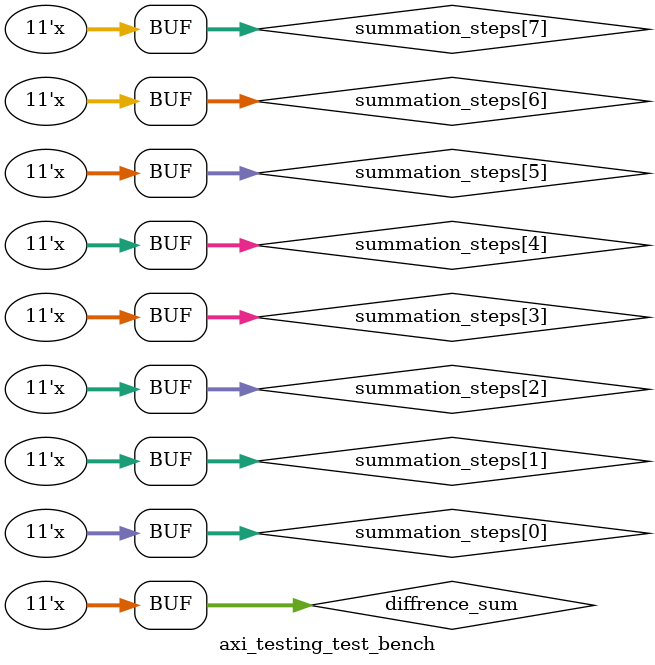
<source format=v>
`timescale 1 ns / 1 ps

	module axi_testing_test_bench
	(
	);
	reg [11-1:0] data_vector [matrix_cells*2-1 +1 : 0];

	//start debug signals
	initial begin
		data_vector[0] = 5;
		data_vector[1] = 1;
		data_vector[2] = 1;
		data_vector[3] = 1;
		data_vector[4] = 1;
		data_vector[5] = 1;
		data_vector[6] = 1;
		data_vector[7] = 1;
		data_vector[8] = 1;
		data_vector[9] = 1;
		data_vector[10] = 1;
		data_vector[11] = 1;
		data_vector[12] = 1;
		data_vector[13] = 1;
		data_vector[14] = 1;
		data_vector[15] = 1;
		data_vector[16] = 1;
		data_vector[17] = 1;
	end
	
	
    parameter MASK_SIZE = 3;
    parameter matrix_cells = MASK_SIZE * MASK_SIZE;

	wire [8-1 : 0] mask_left [matrix_cells -1 : 0];
	wire [8-1 : 0] mask_right [matrix_cells -1 : 0];
	genvar i;
	generate
		for (i=0 ; i<matrix_cells ; i=i+1)begin
			assign mask_left[i] = data_vector[i];
			assign mask_right[i] = data_vector[i+matrix_cells];
		end
	endgenerate



	//combinational per element substraction (diffrence_per_element is result)
	wire [8-1 : 0] diffrence_per_element [matrix_cells -1 : 0];
//	genvar i; // no needed in axi full other code
	generate
		for ( i=0; i<matrix_cells; i = i+1)begin
			assign diffrence_per_element[i] = (mask_left[i]>mask_right[i])? mask_left[i] - mask_right[i] : mask_right[i] - mask_left[i];
		end
	endgenerate
	//combinational sum

	parameter summation_steps_bits = 11 ;// 11 bits for max MAX_SIZE = 15
	wire [summation_steps_bits -1 : 0] summation_steps [matrix_cells-2 : 0];
	generate
		assign summation_steps[0] = diffrence_per_element[0] + diffrence_per_element[1];
		for (i=0; i<matrix_cells-2; i=i+1) begin
			assign summation_steps[i+1] = summation_steps[i] + diffrence_per_element[i+2];
		end
	endgenerate
	wire [summation_steps_bits-1 : 0] diffrence_sum;
	assign diffrence_sum = summation_steps[matrix_cells - 2];
	
	
	
	
	//end debug signals
//	parameter MASK_SIZE = 3;
//	parameter matrix_cells = MASK_SIZE * MASK_SIZE;



//	//my data vector

//	wire [8-1 : 0] mask_left [matrix_cells -1 : 0];
//	wire [8-1 : 0] mask_right [matrix_cells -1 : 0];

//	genvar i; // no needed in axi full other code
//	generate
//		for (i=0 ; i<matrix_cells ; i=i+1)begin
//			assign mask_left[i] = data_vector[i];
//			assign mask_right[i] = data_vector[i+matrix_cells];
////`			assign data_vector[matrix_cells*2] = diffrence_sum;
//		end
//	endgenerate








////combinational per element substraction (diffrence_per_element is result)
//	wire [8-1 : 0] diffrence_per_element [matrix_cells -1 : 0];

//	generate
//		for ( i=0; i<matrix_cells; i = i+1)begin
//			assign diffrence_per_element[i] = (mask_left[i]>mask_right[i])? mask_left[i] - mask_right[i] : mask_right[i] - mask_left[i];
//		end
//	endgenerate
//	//combinational sum

//	parameter summation_steps_bits = 11 ;// 11 bits for max MAX_SIZE = 15
//	wire [summation_steps_bits -1 : 0] summation_steps [matrix_cells-2 : 0];
//	generate
//		assign summation_steps[0] = diffrence_per_element[0] + diffrence_per_element[1];
//		for (i=0; i<matrix_cells-2; i=i+1) begin
//			assign summation_steps[i+1] = summation_steps[i] + diffrence_per_element[i+2];
//		end
//	endgenerate
//	wire [summation_steps_bits-1 : 0] diffrence_sum;
//	assign diffrence_sum = summation_steps[matrix_cells - 2];

//	//filling mask_left and mask_right matrixes
	


	endmodule


</source>
